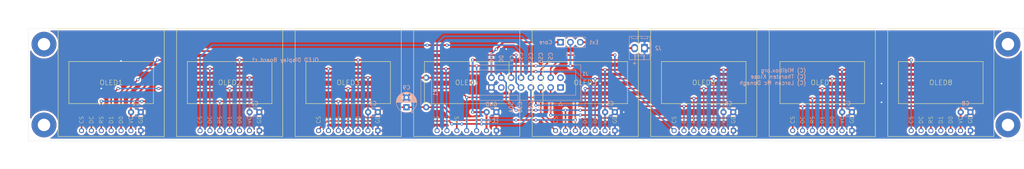
<source format=kicad_pcb>
(kicad_pcb (version 20171130) (host pcbnew "(5.1.9)-1")
  (layers (0 F.Cu signal) (31 B.Cu signal) (34 B.Paste user hide) (35 F.Paste user hide) (36 B.SilkS user) (37 F.SilkS user) (38 B.Mask user) (39 F.Mask user) (44 Edge.Cuts user))
  (net 0 "")
  (net 1 /VDD)
  (net 2 /RST)
  (net 3 /GND)
  (net 4 /DC)
  (net 5 /SDA)
  (net 6 /SCLK)
  (net 7 /CS0)
  (net 8 /CS1)
  (net 9 /CS2)
  (net 10 /CS3)
  (net 11 /CS4)
  (net 12 /CS5)
  (net 13 /CS6)
  (net 14 /CS7)
  (net 15 "Net-(J1-Pad2)")
  (net 16 "Net-(J1-Pad13)")
  (net 17 "Net-(J1-Pad1)")
  (net 18 /3.3V)
  (net 19 /VD)
  (module MountingHole:MountingHole_3.2mm_M3_Pad (layer F.Cu) (at 19.812 29.464)
    (fp_text reference REF** hide)
    (fp_text value MountingHole_3.2mm_M3_Pad hide)
    (pad 1 thru_hole circle (at 0 0) (size 6.4 6.4) (drill 3.2) (layers *.Cu *.Mask))
  )
  (module MountingHole:MountingHole_3.2mm_M3_Pad (layer F.Cu) (at 19.812 50.292)
    (fp_text reference REF** hide)
    (fp_text value MountingHole_3.2mm_M3_Pad hide)
    (pad 1 thru_hole circle (at 0 0) (size 6.4 6.4) (drill 3.2) (layers *.Cu *.Mask))
  )
  (module MountingHole:MountingHole_3.2mm_M3_Pad (layer F.Cu) (at 267.716 50.292)
    (fp_text reference REF** hide)
    (fp_text value MountingHole_3.2mm_M3_Pad hide)
    (pad 1 thru_hole circle (at 0 0) (size 6.4 6.4) (drill 3.2) (layers *.Cu *.Mask))
  )
  (module MountingHole:MountingHole_3.2mm_M3_Pad (layer F.Cu) (at 267.716 29.464)
    (fp_text reference REF** hide)
    (fp_text value MountingHole_3.2mm_M3_Pad hide)
    (pad 1 thru_hole circle (at 0 0) (size 6.4 6.4) (drill 3.2) (layers *.Cu *.Mask))
  )
  (module Connector_PinHeader_2.54mm:PinHeader_1x03_P2.54mm_Vertical (layer B.Cu) (at 152.654 28.956 270)
    (fp_text reference JP1 (at 3.048 -2.54 180) (layer B.SilkS) (effects (justify mirror)))
    (fp_text value Jumper_3_Bridged12)
    (pad 3 thru_hole oval (at 0 -5.08 270) (size 1.7 1.7) (drill 1) (layers *.Cu *.Mask) (net 18 /3.3V))
    (pad 2 thru_hole oval (at 0 -2.54 270) (size 1.7 1.7) (drill 1) (layers *.Cu *.Mask) (net 1 /VDD))
    (pad 1 thru_hole rect (at 0 0 270) (size 1.7 1.7) (drill 1) (layers *.Cu *.Mask) (net 19 /VD))
  )
  (module Connector_Molex:Molex_KK-254_AE-6410-02A_1x02_P2.54mm_Vertical (layer B.Cu) (at 174.244 30.48 180)
    (fp_text reference J2 (at -3.556 0) (layer B.SilkS) (effects (justify mirror)))
    (fp_text value Conn_01x02)
    (pad 2 thru_hole oval (at 2.54 0 180) (size 1.74 2.19) (drill 1.19) (layers *.Cu *.Mask) (net 18 /3.3V))
    (pad 1 thru_hole roundrect (at 0 0 180) (size 1.74 2.19) (drill 1.19) (layers *.Cu *.Mask) (roundrect_rratio 0.1436775862068966) (net 3 /GND))
  )
  (module midibox:oled-128x64-4spi-0.96 (layer F.Cu) (at 250.444 39.37 180)
    (fp_text reference OLED8 (at 0 0) (layer F.SilkS) (effects (font (size 1.27 1.27) (thickness 0.1016))))
    (fp_text value OLED hide)
    (fp_text user GD (at -7.6 -10.66 90) (layer F.SilkS) (effects (font (size 1.016 1.016) (thickness 0.0762)) (justify left)))
    (fp_text user VC (at -5.08 -10.66 90) (layer F.SilkS) (effects (font (size 1.016 1.016) (thickness 0.0762)) (justify left)))
    (fp_text user D0 (at -2.54 -10.66 90) (layer F.SilkS) (effects (font (size 1.016 1.016) (thickness 0.0762)) (justify left)))
    (fp_text user D1 (at 0 -10.66 90) (layer F.SilkS) (effects (font (size 1.016 1.016) (thickness 0.0762)) (justify left)))
    (fp_text user RS (at 2.54 -10.66 90) (layer F.SilkS) (effects (font (size 1.016 1.016) (thickness 0.0762)) (justify left)))
    (fp_text user DC (at 5.08 -10.66 90) (layer F.SilkS) (effects (font (size 1.016 1.016) (thickness 0.0762)) (justify left)))
    (fp_text user CS (at 7.62 -10.66 90) (layer F.SilkS) (effects (font (size 1.016 1.016) (thickness 0.0762)) (justify left)))
    (pad VCC thru_hole circle (at -5.08 -12.39774 180) (size 1.30556 2.61366) (drill 0.79756) (layers *.Cu *.Paste *.Mask) (net 1 /VDD))
    (pad RES thru_hole circle (at 2.54 -12.39774 180) (size 1.30556 2.61366) (drill 0.79756) (layers *.Cu *.Paste *.Mask) (net 2 /RST))
    (pad GND thru_hole rect (at -7.62 -12.39774 180) (size 1.30556 1.30556) (drill 0.79756) (layers *.Cu *.Paste *.Mask) (net 3 /GND))
    (pad DC thru_hole circle (at 5.08 -12.39774 180) (size 1.30556 2.61366) (drill 0.79756) (layers *.Cu *.Paste *.Mask) (net 4 /DC))
    (pad D1 thru_hole circle (at 0 -12.39774 180) (size 1.30556 2.61366) (drill 0.79756) (layers *.Cu *.Paste *.Mask) (net 5 /SDA))
    (pad D0 thru_hole circle (at -2.54 -12.39774 180) (size 1.30556 2.61366) (drill 0.79756) (layers *.Cu *.Paste *.Mask) (net 6 /SCLK))
    (pad CS thru_hole circle (at 7.62 -12.39774 180) (size 1.30556 2.61366) (drill 0.79756) (layers *.Cu *.Paste *.Mask) (net 14 /CS7))
  )
  (module midibox:oled-128x64-4spi-0.96 (layer F.Cu) (at 219.964 39.37 180)
    (fp_text reference OLED7 (at 0 0) (layer F.SilkS) (effects (font (size 1.27 1.27) (thickness 0.1016))))
    (fp_text value OLED hide)
    (fp_text user GD (at -7.6 -10.66 90) (layer F.SilkS) (effects (font (size 1.016 1.016) (thickness 0.0762)) (justify left)))
    (fp_text user VC (at -5.08 -10.66 90) (layer F.SilkS) (effects (font (size 1.016 1.016) (thickness 0.0762)) (justify left)))
    (fp_text user D0 (at -2.54 -10.66 90) (layer F.SilkS) (effects (font (size 1.016 1.016) (thickness 0.0762)) (justify left)))
    (fp_text user D1 (at 0 -10.66 90) (layer F.SilkS) (effects (font (size 1.016 1.016) (thickness 0.0762)) (justify left)))
    (fp_text user RS (at 2.54 -10.66 90) (layer F.SilkS) (effects (font (size 1.016 1.016) (thickness 0.0762)) (justify left)))
    (fp_text user DC (at 5.08 -10.66 90) (layer F.SilkS) (effects (font (size 1.016 1.016) (thickness 0.0762)) (justify left)))
    (fp_text user CS (at 7.62 -10.66 90) (layer F.SilkS) (effects (font (size 1.016 1.016) (thickness 0.0762)) (justify left)))
    (pad VCC thru_hole circle (at -5.08 -12.39774 180) (size 1.30556 2.61366) (drill 0.79756) (layers *.Cu *.Paste *.Mask) (net 1 /VDD))
    (pad RES thru_hole circle (at 2.54 -12.39774 180) (size 1.30556 2.61366) (drill 0.79756) (layers *.Cu *.Paste *.Mask) (net 2 /RST))
    (pad GND thru_hole rect (at -7.62 -12.39774 180) (size 1.30556 1.30556) (drill 0.79756) (layers *.Cu *.Paste *.Mask) (net 3 /GND))
    (pad DC thru_hole circle (at 5.08 -12.39774 180) (size 1.30556 2.61366) (drill 0.79756) (layers *.Cu *.Paste *.Mask) (net 4 /DC))
    (pad D1 thru_hole circle (at 0 -12.39774 180) (size 1.30556 2.61366) (drill 0.79756) (layers *.Cu *.Paste *.Mask) (net 5 /SDA))
    (pad D0 thru_hole circle (at -2.54 -12.39774 180) (size 1.30556 2.61366) (drill 0.79756) (layers *.Cu *.Paste *.Mask) (net 6 /SCLK))
    (pad CS thru_hole circle (at 7.62 -12.39774 180) (size 1.30556 2.61366) (drill 0.79756) (layers *.Cu *.Paste *.Mask) (net 13 /CS6))
  )
  (module midibox:oled-128x64-4spi-0.96 (layer F.Cu) (at 189.484 39.37 180)
    (fp_text reference OLED6 (at 0 0) (layer F.SilkS) (effects (font (size 1.27 1.27) (thickness 0.1016))))
    (fp_text value OLED hide)
    (fp_text user GD (at -7.6 -10.66 90) (layer F.SilkS) (effects (font (size 1.016 1.016) (thickness 0.0762)) (justify left)))
    (fp_text user VC (at -5.08 -10.66 90) (layer F.SilkS) (effects (font (size 1.016 1.016) (thickness 0.0762)) (justify left)))
    (fp_text user D0 (at -2.54 -10.66 90) (layer F.SilkS) (effects (font (size 1.016 1.016) (thickness 0.0762)) (justify left)))
    (fp_text user D1 (at 0 -10.66 90) (layer F.SilkS) (effects (font (size 1.016 1.016) (thickness 0.0762)) (justify left)))
    (fp_text user RS (at 2.54 -10.66 90) (layer F.SilkS) (effects (font (size 1.016 1.016) (thickness 0.0762)) (justify left)))
    (fp_text user DC (at 5.08 -10.66 90) (layer F.SilkS) (effects (font (size 1.016 1.016) (thickness 0.0762)) (justify left)))
    (fp_text user CS (at 7.62 -10.66 90) (layer F.SilkS) (effects (font (size 1.016 1.016) (thickness 0.0762)) (justify left)))
    (pad VCC thru_hole circle (at -5.08 -12.39774 180) (size 1.30556 2.61366) (drill 0.79756) (layers *.Cu *.Paste *.Mask) (net 1 /VDD))
    (pad RES thru_hole circle (at 2.54 -12.39774 180) (size 1.30556 2.61366) (drill 0.79756) (layers *.Cu *.Paste *.Mask) (net 2 /RST))
    (pad GND thru_hole rect (at -7.62 -12.39774 180) (size 1.30556 1.30556) (drill 0.79756) (layers *.Cu *.Paste *.Mask) (net 3 /GND))
    (pad DC thru_hole circle (at 5.08 -12.39774 180) (size 1.30556 2.61366) (drill 0.79756) (layers *.Cu *.Paste *.Mask) (net 4 /DC))
    (pad D1 thru_hole circle (at 0 -12.39774 180) (size 1.30556 2.61366) (drill 0.79756) (layers *.Cu *.Paste *.Mask) (net 5 /SDA))
    (pad D0 thru_hole circle (at -2.54 -12.39774 180) (size 1.30556 2.61366) (drill 0.79756) (layers *.Cu *.Paste *.Mask) (net 6 /SCLK))
    (pad CS thru_hole circle (at 7.62 -12.39774 180) (size 1.30556 2.61366) (drill 0.79756) (layers *.Cu *.Paste *.Mask) (net 12 /CS5))
  )
  (module midibox:oled-128x64-4spi-0.96 (layer F.Cu) (at 159.004 39.37 180)
    (fp_text reference OLED5 (at 0 0) (layer F.SilkS) (effects (font (size 1.27 1.27) (thickness 0.1016))))
    (fp_text value OLED hide)
    (fp_text user GD (at -7.6 -10.66 90) (layer F.SilkS) (effects (font (size 1.016 1.016) (thickness 0.0762)) (justify left)))
    (fp_text user VC (at -5.08 -10.66 90) (layer F.SilkS) (effects (font (size 1.016 1.016) (thickness 0.0762)) (justify left)))
    (fp_text user D0 (at -2.54 -10.66 90) (layer F.SilkS) (effects (font (size 1.016 1.016) (thickness 0.0762)) (justify left)))
    (fp_text user D1 (at 0 -10.66 90) (layer F.SilkS) (effects (font (size 1.016 1.016) (thickness 0.0762)) (justify left)))
    (fp_text user RS (at 2.54 -10.66 90) (layer F.SilkS) (effects (font (size 1.016 1.016) (thickness 0.0762)) (justify left)))
    (fp_text user DC (at 5.08 -10.66 90) (layer F.SilkS) (effects (font (size 1.016 1.016) (thickness 0.0762)) (justify left)))
    (fp_text user CS (at 7.62 -10.66 90) (layer F.SilkS) (effects (font (size 1.016 1.016) (thickness 0.0762)) (justify left)))
    (pad VCC thru_hole circle (at -5.08 -12.39774 180) (size 1.30556 2.61366) (drill 0.79756) (layers *.Cu *.Paste *.Mask) (net 1 /VDD))
    (pad RES thru_hole circle (at 2.54 -12.39774 180) (size 1.30556 2.61366) (drill 0.79756) (layers *.Cu *.Paste *.Mask) (net 2 /RST))
    (pad GND thru_hole rect (at -7.62 -12.39774 180) (size 1.30556 1.30556) (drill 0.79756) (layers *.Cu *.Paste *.Mask) (net 3 /GND))
    (pad DC thru_hole circle (at 5.08 -12.39774 180) (size 1.30556 2.61366) (drill 0.79756) (layers *.Cu *.Paste *.Mask) (net 4 /DC))
    (pad D1 thru_hole circle (at 0 -12.39774 180) (size 1.30556 2.61366) (drill 0.79756) (layers *.Cu *.Paste *.Mask) (net 5 /SDA))
    (pad D0 thru_hole circle (at -2.54 -12.39774 180) (size 1.30556 2.61366) (drill 0.79756) (layers *.Cu *.Paste *.Mask) (net 6 /SCLK))
    (pad CS thru_hole circle (at 7.62 -12.39774 180) (size 1.30556 2.61366) (drill 0.79756) (layers *.Cu *.Paste *.Mask) (net 11 /CS4))
  )
  (module midibox:oled-128x64-4spi-0.96 (layer F.Cu) (at 128.524 39.37 180)
    (fp_text reference OLED4 (at 0 0) (layer F.SilkS) (effects (font (size 1.27 1.27) (thickness 0.1016))))
    (fp_text value OLED hide)
    (fp_text user GD (at -7.6 -10.66 90) (layer F.SilkS) (effects (font (size 1.016 1.016) (thickness 0.0762)) (justify left)))
    (fp_text user VC (at -5.08 -10.66 90) (layer F.SilkS) (effects (font (size 1.016 1.016) (thickness 0.0762)) (justify left)))
    (fp_text user D0 (at -2.54 -10.66 90) (layer F.SilkS) (effects (font (size 1.016 1.016) (thickness 0.0762)) (justify left)))
    (fp_text user D1 (at 0 -10.66 90) (layer F.SilkS) (effects (font (size 1.016 1.016) (thickness 0.0762)) (justify left)))
    (fp_text user RS (at 2.54 -10.66 90) (layer F.SilkS) (effects (font (size 1.016 1.016) (thickness 0.0762)) (justify left)))
    (fp_text user DC (at 5.08 -10.66 90) (layer F.SilkS) (effects (font (size 1.016 1.016) (thickness 0.0762)) (justify left)))
    (fp_text user CS (at 7.62 -10.66 90) (layer F.SilkS) (effects (font (size 1.016 1.016) (thickness 0.0762)) (justify left)))
    (pad VCC thru_hole circle (at -5.08 -12.39774 180) (size 1.30556 2.61366) (drill 0.79756) (layers *.Cu *.Paste *.Mask) (net 1 /VDD))
    (pad RES thru_hole circle (at 2.54 -12.39774 180) (size 1.30556 2.61366) (drill 0.79756) (layers *.Cu *.Paste *.Mask) (net 2 /RST))
    (pad GND thru_hole rect (at -7.62 -12.39774 180) (size 1.30556 1.30556) (drill 0.79756) (layers *.Cu *.Paste *.Mask) (net 3 /GND))
    (pad DC thru_hole circle (at 5.08 -12.39774 180) (size 1.30556 2.61366) (drill 0.79756) (layers *.Cu *.Paste *.Mask) (net 4 /DC))
    (pad D1 thru_hole circle (at 0 -12.39774 180) (size 1.30556 2.61366) (drill 0.79756) (layers *.Cu *.Paste *.Mask) (net 5 /SDA))
    (pad D0 thru_hole circle (at -2.54 -12.39774 180) (size 1.30556 2.61366) (drill 0.79756) (layers *.Cu *.Paste *.Mask) (net 6 /SCLK))
    (pad CS thru_hole circle (at 7.62 -12.39774 180) (size 1.30556 2.61366) (drill 0.79756) (layers *.Cu *.Paste *.Mask) (net 10 /CS3))
  )
  (module midibox:oled-128x64-4spi-0.96 (layer F.Cu) (at 98.044 39.37 180)
    (fp_text reference OLED3 (at 0 0) (layer F.SilkS) (effects (font (size 1.27 1.27) (thickness 0.1016))))
    (fp_text value OLED hide)
    (fp_text user GD (at -7.6 -10.66 90) (layer F.SilkS) (effects (font (size 1.016 1.016) (thickness 0.0762)) (justify left)))
    (fp_text user VC (at -5.08 -10.66 90) (layer F.SilkS) (effects (font (size 1.016 1.016) (thickness 0.0762)) (justify left)))
    (fp_text user D0 (at -2.54 -10.66 90) (layer F.SilkS) (effects (font (size 1.016 1.016) (thickness 0.0762)) (justify left)))
    (fp_text user D1 (at 0 -10.66 90) (layer F.SilkS) (effects (font (size 1.016 1.016) (thickness 0.0762)) (justify left)))
    (fp_text user RS (at 2.54 -10.66 90) (layer F.SilkS) (effects (font (size 1.016 1.016) (thickness 0.0762)) (justify left)))
    (fp_text user DC (at 5.08 -10.66 90) (layer F.SilkS) (effects (font (size 1.016 1.016) (thickness 0.0762)) (justify left)))
    (fp_text user CS (at 7.62 -10.66 90) (layer F.SilkS) (effects (font (size 1.016 1.016) (thickness 0.0762)) (justify left)))
    (pad VCC thru_hole circle (at -5.08 -12.39774 180) (size 1.30556 2.61366) (drill 0.79756) (layers *.Cu *.Paste *.Mask) (net 1 /VDD))
    (pad RES thru_hole circle (at 2.54 -12.39774 180) (size 1.30556 2.61366) (drill 0.79756) (layers *.Cu *.Paste *.Mask) (net 2 /RST))
    (pad GND thru_hole rect (at -7.62 -12.39774 180) (size 1.30556 1.30556) (drill 0.79756) (layers *.Cu *.Paste *.Mask) (net 3 /GND))
    (pad DC thru_hole circle (at 5.08 -12.39774 180) (size 1.30556 2.61366) (drill 0.79756) (layers *.Cu *.Paste *.Mask) (net 4 /DC))
    (pad D1 thru_hole circle (at 0 -12.39774 180) (size 1.30556 2.61366) (drill 0.79756) (layers *.Cu *.Paste *.Mask) (net 5 /SDA))
    (pad D0 thru_hole circle (at -2.54 -12.39774 180) (size 1.30556 2.61366) (drill 0.79756) (layers *.Cu *.Paste *.Mask) (net 6 /SCLK))
    (pad CS thru_hole circle (at 7.62 -12.39774 180) (size 1.30556 2.61366) (drill 0.79756) (layers *.Cu *.Paste *.Mask) (net 9 /CS2))
  )
  (module midibox:oled-128x64-4spi-0.96 (layer F.Cu) (at 67.564 39.37 180)
    (fp_text reference OLED2 (at 0 0) (layer F.SilkS) (effects (font (size 1.27 1.27) (thickness 0.1016))))
    (fp_text value OLED hide)
    (fp_text user GD (at -7.6 -10.66 90) (layer F.SilkS) (effects (font (size 1.016 1.016) (thickness 0.0762)) (justify left)))
    (fp_text user VC (at -5.08 -10.66 90) (layer F.SilkS) (effects (font (size 1.016 1.016) (thickness 0.0762)) (justify left)))
    (fp_text user D0 (at -2.54 -10.66 90) (layer F.SilkS) (effects (font (size 1.016 1.016) (thickness 0.0762)) (justify left)))
    (fp_text user D1 (at 0 -10.66 90) (layer F.SilkS) (effects (font (size 1.016 1.016) (thickness 0.0762)) (justify left)))
    (fp_text user RS (at 2.54 -10.66 90) (layer F.SilkS) (effects (font (size 1.016 1.016) (thickness 0.0762)) (justify left)))
    (fp_text user DC (at 5.08 -10.66 90) (layer F.SilkS) (effects (font (size 1.016 1.016) (thickness 0.0762)) (justify left)))
    (fp_text user CS (at 7.62 -10.66 90) (layer F.SilkS) (effects (font (size 1.016 1.016) (thickness 0.0762)) (justify left)))
    (pad VCC thru_hole circle (at -5.08 -12.39774 180) (size 1.30556 2.61366) (drill 0.79756) (layers *.Cu *.Paste *.Mask) (net 1 /VDD))
    (pad RES thru_hole circle (at 2.54 -12.39774 180) (size 1.30556 2.61366) (drill 0.79756) (layers *.Cu *.Paste *.Mask) (net 2 /RST))
    (pad GND thru_hole rect (at -7.62 -12.39774 180) (size 1.30556 1.30556) (drill 0.79756) (layers *.Cu *.Paste *.Mask) (net 3 /GND))
    (pad DC thru_hole circle (at 5.08 -12.39774 180) (size 1.30556 2.61366) (drill 0.79756) (layers *.Cu *.Paste *.Mask) (net 4 /DC))
    (pad D1 thru_hole circle (at 0 -12.39774 180) (size 1.30556 2.61366) (drill 0.79756) (layers *.Cu *.Paste *.Mask) (net 5 /SDA))
    (pad D0 thru_hole circle (at -2.54 -12.39774 180) (size 1.30556 2.61366) (drill 0.79756) (layers *.Cu *.Paste *.Mask) (net 6 /SCLK))
    (pad CS thru_hole circle (at 7.62 -12.39774 180) (size 1.30556 2.61366) (drill 0.79756) (layers *.Cu *.Paste *.Mask) (net 8 /CS1))
  )
  (module midibox:oled-128x64-4spi-0.96 (layer F.Cu) (at 37.084 39.37 180)
    (fp_text reference OLED1 (at 0 0) (layer F.SilkS) (effects (font (size 1.27 1.27) (thickness 0.1016))))
    (fp_text value OLED hide)
    (fp_text user GD (at -7.6 -10.66 90) (layer F.SilkS) (effects (font (size 1.016 1.016) (thickness 0.0762)) (justify left)))
    (fp_text user VC (at -5.08 -10.66 90) (layer F.SilkS) (effects (font (size 1.016 1.016) (thickness 0.0762)) (justify left)))
    (fp_text user D0 (at -2.54 -10.66 90) (layer F.SilkS) (effects (font (size 1.016 1.016) (thickness 0.0762)) (justify left)))
    (fp_text user D1 (at 0 -10.66 90) (layer F.SilkS) (effects (font (size 1.016 1.016) (thickness 0.0762)) (justify left)))
    (fp_text user RS (at 2.54 -10.66 90) (layer F.SilkS) (effects (font (size 1.016 1.016) (thickness 0.0762)) (justify left)))
    (fp_text user DC (at 5.08 -10.66 90) (layer F.SilkS) (effects (font (size 1.016 1.016) (thickness 0.0762)) (justify left)))
    (fp_text user CS (at 7.62 -10.66 90) (layer F.SilkS) (effects (font (size 1.016 1.016) (thickness 0.0762)) (justify left)))
    (pad VCC thru_hole circle (at -5.08 -12.39774 180) (size 1.30556 2.61366) (drill 0.79756) (layers *.Cu *.Paste *.Mask) (net 1 /VDD))
    (pad RES thru_hole circle (at 2.54 -12.39774 180) (size 1.30556 2.61366) (drill 0.79756) (layers *.Cu *.Paste *.Mask) (net 2 /RST))
    (pad GND thru_hole rect (at -7.62 -12.39774 180) (size 1.30556 1.30556) (drill 0.79756) (layers *.Cu *.Paste *.Mask) (net 3 /GND))
    (pad DC thru_hole circle (at 5.08 -12.39774 180) (size 1.30556 2.61366) (drill 0.79756) (layers *.Cu *.Paste *.Mask) (net 4 /DC))
    (pad D1 thru_hole circle (at 0 -12.39774 180) (size 1.30556 2.61366) (drill 0.79756) (layers *.Cu *.Paste *.Mask) (net 5 /SDA))
    (pad D0 thru_hole circle (at -2.54 -12.39774 180) (size 1.30556 2.61366) (drill 0.79756) (layers *.Cu *.Paste *.Mask) (net 6 /SCLK))
    (pad CS thru_hole circle (at 7.62 -12.39774 180) (size 1.30556 2.61366) (drill 0.79756) (layers *.Cu *.Paste *.Mask) (net 7 /CS0))
  )
  (module Capacitor_THT:C_Disc_D3.0mm_W2.0mm_P2.50mm (layer B.Cu) (at 258.064 46.99 180)
    (fp_text reference C8 (at 1.25 2.25) (layer B.SilkS) (effects (justify mirror)))
    (fp_text value 100nF)
    (pad 2 thru_hole circle (at 2.5 0 180) (size 1.6 1.6) (drill 0.8) (layers *.Cu *.Mask) (net 1 /VDD))
    (pad 1 thru_hole circle (at 0 0 180) (size 1.6 1.6) (drill 0.8) (layers *.Cu *.Mask) (net 3 /GND))
  )
  (module Capacitor_THT:C_Disc_D3.0mm_W2.0mm_P2.50mm (layer B.Cu) (at 227.584 46.99 180)
    (fp_text reference C7 (at 1.25 2.25) (layer B.SilkS) (effects (justify mirror)))
    (fp_text value 100nF)
    (pad 2 thru_hole circle (at 2.5 0 180) (size 1.6 1.6) (drill 0.8) (layers *.Cu *.Mask) (net 1 /VDD))
    (pad 1 thru_hole circle (at 0 0 180) (size 1.6 1.6) (drill 0.8) (layers *.Cu *.Mask) (net 3 /GND))
  )
  (module Capacitor_THT:C_Disc_D3.0mm_W2.0mm_P2.50mm (layer B.Cu) (at 197.064 46.99 180)
    (fp_text reference C6 (at 1.25 2.25) (layer B.SilkS) (effects (justify mirror)))
    (fp_text value 100nF)
    (pad 2 thru_hole circle (at 2.5 0 180) (size 1.6 1.6) (drill 0.8) (layers *.Cu *.Mask) (net 1 /VDD))
    (pad 1 thru_hole circle (at 0 0 180) (size 1.6 1.6) (drill 0.8) (layers *.Cu *.Mask) (net 3 /GND))
  )
  (module Capacitor_THT:C_Disc_D3.0mm_W2.0mm_P2.50mm (layer B.Cu) (at 166.624 46.99 180)
    (fp_text reference C5 (at 1.25 2.25) (layer B.SilkS) (effects (justify mirror)))
    (fp_text value 100nF)
    (pad 2 thru_hole circle (at 2.5 0 180) (size 1.6 1.6) (drill 0.8) (layers *.Cu *.Mask) (net 1 /VDD))
    (pad 1 thru_hole circle (at 0 0 180) (size 1.6 1.6) (drill 0.8) (layers *.Cu *.Mask) (net 3 /GND))
  )
  (module Capacitor_THT:C_Disc_D3.0mm_W2.0mm_P2.50mm (layer B.Cu) (at 136.144 46.99 180)
    (fp_text reference C4 (at 1.25 -2.286) (layer B.SilkS) (effects (justify mirror)))
    (fp_text value 100nF)
    (pad 2 thru_hole circle (at 2.5 0 180) (size 1.6 1.6) (drill 0.8) (layers *.Cu *.Mask) (net 1 /VDD))
    (pad 1 thru_hole circle (at 0 0 180) (size 1.6 1.6) (drill 0.8) (layers *.Cu *.Mask) (net 3 /GND))
  )
  (module Capacitor_THT:C_Disc_D3.0mm_W2.0mm_P2.50mm (layer B.Cu) (at 105.664 46.99 180)
    (fp_text reference C3 (at 1.25 2.25) (layer B.SilkS) (effects (justify mirror)))
    (fp_text value 100nF)
    (pad 2 thru_hole circle (at 2.5 0 180) (size 1.6 1.6) (drill 0.8) (layers *.Cu *.Mask) (net 1 /VDD))
    (pad 1 thru_hole circle (at 0 0 180) (size 1.6 1.6) (drill 0.8) (layers *.Cu *.Mask) (net 3 /GND))
  )
  (module Capacitor_THT:C_Disc_D3.0mm_W2.0mm_P2.50mm (layer B.Cu) (at 75.184 46.99 180)
    (fp_text reference C2 (at 1.25 2.25) (layer B.SilkS) (effects (justify mirror)))
    (fp_text value 100nF)
    (pad 2 thru_hole circle (at 2.5 0 180) (size 1.6 1.6) (drill 0.8) (layers *.Cu *.Mask) (net 1 /VDD))
    (pad 1 thru_hole circle (at 0 0 180) (size 1.6 1.6) (drill 0.8) (layers *.Cu *.Mask) (net 3 /GND))
  )
  (module Capacitor_THT:C_Disc_D3.0mm_W2.0mm_P2.50mm (layer B.Cu) (at 44.704 46.99 180)
    (fp_text reference C1 (at 1.25 2.25) (layer B.SilkS) (effects (justify mirror)))
    (fp_text value 100nF)
    (pad 2 thru_hole circle (at 2.5 0 180) (size 1.6 1.6) (drill 0.8) (layers *.Cu *.Mask) (net 1 /VDD))
    (pad 1 thru_hole circle (at 0 0 180) (size 1.6 1.6) (drill 0.8) (layers *.Cu *.Mask) (net 3 /GND))
  )
  (module Resistor_THT:R_Axial_DIN0207_L6.3mm_D2.5mm_P7.62mm_Horizontal (layer B.Cu) (at 118.11 45.72 90)
    (fp_text reference R1 (at 3.81 2.37 90) (layer B.SilkS) (effects (justify mirror)))
    (fp_text value 1k)
    (pad 1 thru_hole circle (at 0 0 90) (size 1.6 1.6) (drill 0.8) (layers *.Cu *.Mask) (net 2 /RST))
    (pad 2 thru_hole oval (at 7.62 0 90) (size 1.6 1.6) (drill 0.8) (layers *.Cu *.Mask) (net 1 /VDD))
  )
  (module Capacitor_THT:CP_Radial_D5.0mm_P2.50mm (layer B.Cu) (at 113.03 45.72 90)
    (fp_text reference C9 (at 5.08 0 180) (layer B.SilkS) (effects (justify mirror)))
    (fp_text value 10µF)
    (pad 1 thru_hole rect (at 0 0 90) (size 1.6 1.6) (drill 0.8) (layers *.Cu *.Mask) (net 2 /RST))
    (pad 2 thru_hole circle (at 2.5 0 90) (size 1.6 1.6) (drill 0.8) (layers *.Cu *.Mask) (net 3 /GND))
  )
  (module Connector_IDC:IDC-Header_2x08_P2.54mm_Vertical (layer B.Cu) (at 152.654 40.64 90)
    (fp_text reference J1 (at 3.556 6.35 180) (layer B.SilkS) (effects (justify mirror)))
    (fp_text value Conn_02x08_Odd_Even)
    (pad 1 thru_hole roundrect (at 0 0 90) (size 1.7 1.7) (drill 1) (layers *.Cu *.Mask) (roundrect_rratio 0.1470588235294118) (net 17 "Net-(J1-Pad1)"))
    (pad 3 thru_hole circle (at 0 -2.54 90) (size 1.7 1.7) (drill 1) (layers *.Cu *.Mask) (net 13 /CS6))
    (pad 5 thru_hole circle (at 0 -5.08 90) (size 1.7 1.7) (drill 1) (layers *.Cu *.Mask) (net 11 /CS4))
    (pad 7 thru_hole circle (at 0 -7.62 90) (size 1.7 1.7) (drill 1) (layers *.Cu *.Mask) (net 9 /CS2))
    (pad 9 thru_hole circle (at 0 -10.16 90) (size 1.7 1.7) (drill 1) (layers *.Cu *.Mask) (net 7 /CS0))
    (pad 11 thru_hole circle (at 0 -12.7 90) (size 1.7 1.7) (drill 1) (layers *.Cu *.Mask) (net 5 /SDA))
    (pad 13 thru_hole circle (at 0 -15.24 90) (size 1.7 1.7) (drill 1) (layers *.Cu *.Mask) (net 16 "Net-(J1-Pad13)"))
    (pad 15 thru_hole circle (at 0 -17.78 90) (size 1.7 1.7) (drill 1) (layers *.Cu *.Mask) (net 3 /GND))
    (pad 2 thru_hole circle (at 2.54 0 90) (size 1.7 1.7) (drill 1) (layers *.Cu *.Mask) (net 15 "Net-(J1-Pad2)"))
    (pad 4 thru_hole circle (at 2.54 -2.54 90) (size 1.7 1.7) (drill 1) (layers *.Cu *.Mask) (net 14 /CS7))
    (pad 6 thru_hole circle (at 2.54 -5.08 90) (size 1.7 1.7) (drill 1) (layers *.Cu *.Mask) (net 12 /CS5))
    (pad 8 thru_hole circle (at 2.54 -7.62 90) (size 1.7 1.7) (drill 1) (layers *.Cu *.Mask) (net 10 /CS3))
    (pad 10 thru_hole circle (at 2.54 -10.16 90) (size 1.7 1.7) (drill 1) (layers *.Cu *.Mask) (net 8 /CS1))
    (pad 12 thru_hole circle (at 2.54 -12.7 90) (size 1.7 1.7) (drill 1) (layers *.Cu *.Mask) (net 6 /SCLK))
    (pad 14 thru_hole circle (at 2.54 -15.24 90) (size 1.7 1.7) (drill 1) (layers *.Cu *.Mask) (net 4 /DC))
    (pad 16 thru_hole circle (at 2.54 -17.78 90) (size 1.7 1.7) (drill 1) (layers *.Cu *.Mask) (net 19 /VD))
  )
  (gr_text + (at 171.704 34.29) (layer B.SilkS) (effects (font (size 1 1)) (justify mirror)))
  (gr_text Ext (at 161.29 28.956) (layer B.SilkS) (effects (font (size 1 1)) (justify mirror)))
  (gr_text Core (at 148.844 28.956) (layer B.SilkS) (effects (font (size 1 1)) (justify mirror)))
  (gr_text "(C) Midibox.org\n(C) Thorsten Klose\n(C) Lorcan Mc Donagh" (at 215.9 37.846) (layer B.SilkS) (effects (font (size 1 1)) (justify left mirror)))
  (gr_text CS6 (at 150.114 45.72 90) (layer B.SilkS) (effects (font (size 1 1)) (justify mirror)))
  (gr_text CS4 (at 147.574 45.72 90) (layer B.SilkS) (effects (font (size 1 1)) (justify mirror)))
  (gr_text CS7 (at 150.114 33.02 90) (layer B.SilkS) (effects (font (size 1 1)) (justify mirror)))
  (gr_text CS5 (at 147.574 33.02 90) (layer B.SilkS) (effects (font (size 1 1)) (justify mirror)))
  (gr_text CS3 (at 145.034 33.02 90) (layer B.SilkS) (effects (font (size 1 1)) (justify mirror)))
  (gr_text CS1 (at 142.494 33.02 90) (layer B.SilkS) (effects (font (size 1 1)) (justify mirror)))
  (gr_text CK (at 140.208 33.274 90) (layer B.SilkS) (effects (font (size 1 1)) (justify mirror)))
  (gr_text DC (at 137.414 33.274 90) (layer B.SilkS) (effects (font (size 1 1)) (justify mirror)))
  (gr_text VDD (at 134.874 33.02 90) (layer B.SilkS) (effects (font (size 1 1)) (justify mirror)))
  (gr_text CS2 (at 145.034 45.72 90) (layer B.SilkS) (effects (font (size 1 1)) (justify mirror)))
  (gr_text CS0 (at 142.24 45.72 90) (layer B.SilkS) (effects (font (size 1 1)) (justify mirror)))
  (gr_text SDA (at 139.954 45.72 90) (layer B.SilkS) (effects (font (size 1 1)) (justify mirror)))
  (gr_text GND (at 134.874 44.958) (layer B.SilkS) (effects (font (size 1 1)) (justify mirror)))
  (gr_line (start 15.748 54.356) (end 15.748 25.4) (layer Edge.Cuts) (width 0.05))
  (gr_line (start 271.78 54.356) (end 15.748 54.356) (layer Edge.Cuts) (width 0.05))
  (gr_line (start 271.78 25.4) (end 271.78 54.356) (layer Edge.Cuts) (width 0.05))
  (gr_line (start 15.748 25.4) (end 271.78 25.4) (layer Edge.Cuts) (width 0.05))
  (gr_text "OLED Display Board r1" (at 81.788 33.528) (layer B.SilkS) (effects (font (size 1 1)) (justify mirror)))
  (via (at 72.644 38.1) (size 0.8) (drill 0.4) (layers F.Cu B.Cu) (net 1))
  (segment (start 72.644 51.76774) (end 72.644 38.1) (width 0.508) (layer B.Cu) (net 1))
  (via (at 103.124 38.1) (size 0.8) (drill 0.4) (layers F.Cu B.Cu) (net 1))
  (segment (start 103.124 51.76774) (end 103.124 38.1) (width 0.508) (layer B.Cu) (net 1))
  (segment (start 133.604 47.03) (end 133.644 46.99) (width 0.508) (layer F.Cu) (net 1))
  (segment (start 133.604 51.76774) (end 133.604 47.03) (width 0.508) (layer F.Cu) (net 1))
  (via (at 130.048 46.99) (size 0.8) (drill 0.4) (layers F.Cu B.Cu) (net 1))
  (segment (start 133.644 46.99) (end 130.048 46.99) (width 0.508) (layer F.Cu) (net 1))
  (via (at 155.194 35.052) (size 0.8) (drill 0.4) (layers F.Cu B.Cu) (net 1))
  (segment (start 155.194 28.956) (end 155.194 35.052) (width 0.508) (layer B.Cu) (net 1))
  (segment (start 155.194 35.052) (end 146.304 35.052) (width 0.508) (layer B.Cu) (net 1))
  (via (at 164.084 36.068) (size 0.8) (drill 0.4) (layers F.Cu B.Cu) (net 1))
  (segment (start 164.084 36.068) (end 164.084 51.76774) (width 0.508) (layer B.Cu) (net 1))
  (via (at 194.564 36.068) (size 0.8) (drill 0.4) (layers F.Cu B.Cu) (net 1))
  (segment (start 194.564 36.068) (end 194.564 51.76774) (width 0.508) (layer B.Cu) (net 1))
  (via (at 225.044 36.068) (size 0.8) (drill 0.4) (layers F.Cu B.Cu) (net 1))
  (segment (start 225.044 36.068) (end 225.044 51.76774) (width 0.508) (layer B.Cu) (net 1))
  (segment (start 159.004 36.068) (end 164.084 36.068) (width 0.508) (layer F.Cu) (net 1))
  (segment (start 157.988 35.052) (end 159.004 36.068) (width 0.508) (layer F.Cu) (net 1))
  (segment (start 155.194 35.052) (end 157.988 35.052) (width 0.508) (layer F.Cu) (net 1))
  (via (at 146.304 35.052) (size 0.8) (drill 0.4) (layers F.Cu B.Cu) (net 1))
  (segment (start 146.304 35.052) (end 139.7 35.052) (width 0.508) (layer F.Cu) (net 1))
  (via (at 130.048 33.528) (size 0.8) (drill 0.4) (layers F.Cu B.Cu) (net 1))
  (segment (start 138.176 33.528) (end 130.048 33.528) (width 0.508) (layer F.Cu) (net 1))
  (segment (start 139.7 35.052) (end 138.176 33.528) (width 0.508) (layer F.Cu) (net 1))
  (segment (start 255.524 43.18) (end 255.524 51.76774) (width 0.508) (layer F.Cu) (net 1))
  (segment (start 248.412 36.068) (end 255.524 43.18) (width 0.508) (layer F.Cu) (net 1))
  (segment (start 164.084 36.068) (end 248.412 36.068) (width 0.508) (layer F.Cu) (net 1))
  (segment (start 48.006 38.1) (end 118.11 38.1) (width 0.508) (layer F.Cu) (net 1))
  (segment (start 42.164 43.942) (end 48.006 38.1) (width 0.508) (layer F.Cu) (net 1))
  (segment (start 42.164 51.76774) (end 42.164 43.942) (width 0.508) (layer F.Cu) (net 1))
  (segment (start 130.048 33.528) (end 130.048 39.37) (width 0.508) (layer B.Cu) (net 1))
  (segment (start 130.048 46.99) (end 130.048 39.37) (width 0.508) (layer B.Cu) (net 1))
  (via (at 130.048 39.37) (size 0.8) (drill 0.4) (layers F.Cu B.Cu) (net 1))
  (segment (start 128.524 39.37) (end 130.048 39.37) (width 0.508) (layer F.Cu) (net 1))
  (segment (start 127.254 38.1) (end 128.524 39.37) (width 0.508) (layer F.Cu) (net 1))
  (segment (start 118.11 38.1) (end 127.254 38.1) (width 0.508) (layer F.Cu) (net 1))
  (via (at 217.424 43.434) (size 0.8) (drill 0.4) (layers F.Cu B.Cu) (net 2))
  (segment (start 217.424 51.76774) (end 217.424 43.434) (width 0.4064) (layer B.Cu) (net 2))
  (segment (start 186.944 51.76774) (end 186.944 43.434) (width 0.4064) (layer B.Cu) (net 2))
  (via (at 186.944 43.434) (size 0.8) (drill 0.4) (layers F.Cu B.Cu) (net 2))
  (segment (start 156.464 49.022) (end 156.464 51.76774) (width 0.4064) (layer F.Cu) (net 2))
  (segment (start 125.984 49.022) (end 125.984 51.76774) (width 0.4064) (layer F.Cu) (net 2))
  (segment (start 122.682 45.72) (end 125.984 49.022) (width 0.4064) (layer F.Cu) (net 2))
  (segment (start 95.504 51.76774) (end 95.504 44.196) (width 0.4064) (layer B.Cu) (net 2))
  (via (at 95.504 44.196) (size 0.8) (drill 0.4) (layers F.Cu B.Cu) (net 2))
  (via (at 65.024 44.196) (size 0.8) (drill 0.4) (layers F.Cu B.Cu) (net 2))
  (segment (start 65.024 44.196) (end 65.024 51.76774) (width 0.4064) (layer B.Cu) (net 2))
  (via (at 44.958 44.196) (size 0.8) (drill 0.4) (layers F.Cu B.Cu) (net 2))
  (via (at 34.544 44.196) (size 0.8) (drill 0.4) (layers F.Cu B.Cu) (net 2))
  (segment (start 44.958 44.196) (end 34.544 44.196) (width 0.4064) (layer B.Cu) (net 2))
  (segment (start 34.544 51.76774) (end 34.544 44.196) (width 0.4064) (layer F.Cu) (net 2))
  (segment (start 126.048928 49.086928) (end 125.984 49.022) (width 0.4064) (layer F.Cu) (net 2))
  (segment (start 132.334 49.022) (end 126.048928 49.086928) (width 0.4064) (layer F.Cu) (net 2))
  (via (at 132.334 49.022) (size 0.8) (drill 0.4) (layers F.Cu B.Cu) (net 2))
  (segment (start 113.03 45.72) (end 110.744 45.72) (width 0.4064) (layer F.Cu) (net 2))
  (segment (start 110.744 45.72) (end 109.22 44.196) (width 0.4064) (layer F.Cu) (net 2))
  (segment (start 95.504 44.196) (end 44.958 44.196) (width 0.4064) (layer F.Cu) (net 2))
  (segment (start 109.22 44.196) (end 95.504 44.196) (width 0.4064) (layer F.Cu) (net 2))
  (segment (start 122.682 45.72) (end 113.03 45.72) (width 0.4064) (layer F.Cu) (net 2))
  (via (at 141.224 49.022) (size 0.8) (drill 0.4) (layers F.Cu B.Cu) (net 2))
  (segment (start 132.334 49.022) (end 141.224 49.022) (width 0.4064) (layer B.Cu) (net 2))
  (via (at 146.304 49.022) (size 0.8) (drill 0.4) (layers F.Cu B.Cu) (net 2))
  (segment (start 141.224 49.022) (end 146.304 49.022) (width 0.4064) (layer F.Cu) (net 2))
  (via (at 156.464 49.022) (size 0.8) (drill 0.4) (layers F.Cu B.Cu) (net 2))
  (segment (start 146.304 49.022) (end 156.464 49.022) (width 0.4064) (layer B.Cu) (net 2))
  (segment (start 156.464 44.45) (end 156.464 49.022) (width 0.4064) (layer F.Cu) (net 2))
  (segment (start 157.48 43.434) (end 156.464 44.45) (width 0.4064) (layer F.Cu) (net 2))
  (segment (start 246.126 43.434) (end 157.48 43.434) (width 0.4064) (layer F.Cu) (net 2))
  (segment (start 247.904 45.212) (end 246.126 43.434) (width 0.4064) (layer F.Cu) (net 2))
  (segment (start 247.904 51.76774) (end 247.904 45.212) (width 0.4064) (layer F.Cu) (net 2))
  (via (at 168.91 46.99) (size 0.8) (drill 0.4) (layers F.Cu B.Cu) (net 3))
  (via (at 162.814 39.624) (size 0.8) (drill 0.4) (layers F.Cu B.Cu) (net 3))
  (via (at 235.204 39.624) (size 0.8) (drill 0.4) (layers F.Cu B.Cu) (net 3))
  (via (at 138.684 30.734) (size 0.8) (drill 0.4) (layers F.Cu B.Cu) (net 3))
  (via (at 160.274 39.624) (size 0.8) (drill 0.4) (layers F.Cu B.Cu) (net 3))
  (via (at 34.544 40.894) (size 0.8) (drill 0.4) (layers F.Cu B.Cu) (net 3))
  (via (at 235.204 44.45) (size 0.8) (drill 0.4) (layers F.Cu B.Cu) (net 3))
  (via (at 39.624 33.782) (size 0.8) (drill 0.4) (layers F.Cu B.Cu) (net 3))
  (via (at 134.874 44.704) (size 0.8) (drill 0.4) (layers F.Cu B.Cu) (net 3))
  (via (at 214.884 45.466) (size 0.8) (drill 0.4) (layers F.Cu B.Cu) (net 4))
  (segment (start 214.884 51.76774) (end 214.884 45.466) (width 0.4064) (layer B.Cu) (net 4))
  (segment (start 184.404 51.76774) (end 184.404 45.466) (width 0.4064) (layer B.Cu) (net 4))
  (via (at 184.404 45.466) (size 0.8) (drill 0.4) (layers F.Cu B.Cu) (net 4))
  (via (at 153.924 46.482) (size 0.8) (drill 0.4) (layers F.Cu B.Cu) (net 4))
  (segment (start 153.924 51.76774) (end 153.924 46.482) (width 0.4064) (layer F.Cu) (net 4))
  (via (at 141.224 46.482) (size 0.8) (drill 0.4) (layers F.Cu B.Cu) (net 4))
  (segment (start 157.734 46.482) (end 153.924 46.482) (width 0.4064) (layer B.Cu) (net 4))
  (via (at 157.734 46.482) (size 0.8) (drill 0.4) (layers F.Cu B.Cu) (net 4))
  (segment (start 138.667201 43.925201) (end 141.224 46.482) (width 0.4064) (layer B.Cu) (net 4))
  (segment (start 138.667201 39.353201) (end 138.667201 43.925201) (width 0.4064) (layer B.Cu) (net 4))
  (segment (start 137.414 38.1) (end 138.667201 39.353201) (width 0.4064) (layer B.Cu) (net 4))
  (segment (start 141.224 46.482) (end 146.304 46.482) (width 0.4064) (layer F.Cu) (net 4))
  (segment (start 153.924 46.482) (end 146.304 46.482) (width 0.4064) (layer B.Cu) (net 4))
  (via (at 146.304 46.482) (size 0.8) (drill 0.4) (layers F.Cu B.Cu) (net 4))
  (segment (start 245.364 46.228) (end 245.364 51.76774) (width 0.4064) (layer F.Cu) (net 4))
  (segment (start 244.602 45.466) (end 245.364 46.228) (width 0.4064) (layer F.Cu) (net 4))
  (segment (start 163.068 45.466) (end 244.602 45.466) (width 0.4064) (layer F.Cu) (net 4))
  (segment (start 162.052 46.482) (end 163.068 45.466) (width 0.4064) (layer F.Cu) (net 4))
  (segment (start 157.734 46.482) (end 162.052 46.482) (width 0.4064) (layer F.Cu) (net 4))
  (segment (start 92.964 51.76774) (end 92.964 35.814) (width 0.4064) (layer B.Cu) (net 4))
  (via (at 92.964 35.814) (size 0.8) (drill 0.4) (layers F.Cu B.Cu) (net 4))
  (segment (start 123.444 51.76774) (end 123.19 35.814) (width 0.4064) (layer B.Cu) (net 4))
  (via (at 123.19 35.814) (size 0.8) (drill 0.4) (layers F.Cu B.Cu) (net 4))
  (segment (start 32.004 39.624) (end 32.004 51.76774) (width 0.4064) (layer F.Cu) (net 4))
  (segment (start 35.814 35.814) (end 32.004 39.624) (width 0.4064) (layer F.Cu) (net 4))
  (segment (start 123.19 35.814) (end 35.814 35.814) (width 0.4064) (layer F.Cu) (net 4))
  (segment (start 62.484 51.76774) (end 62.484 35.814) (width 0.4064) (layer B.Cu) (net 4))
  (via (at 62.484 35.814) (size 0.8) (drill 0.4) (layers F.Cu B.Cu) (net 4))
  (segment (start 123.19 35.814) (end 127.762 35.814) (width 0.4064) (layer F.Cu) (net 4))
  (segment (start 127.762 35.814) (end 128.524 36.576) (width 0.4064) (layer F.Cu) (net 4))
  (segment (start 128.524 36.576) (end 136.906 36.576) (width 0.4064) (layer F.Cu) (net 4))
  (segment (start 136.906 36.576) (end 137.414 37.084) (width 0.4064) (layer F.Cu) (net 4))
  (segment (start 137.414 37.084) (end 137.414 38.1) (width 0.4064) (layer F.Cu) (net 4))
  (segment (start 37.084 51.76774) (end 37.084 42.672) (width 0.4064) (layer F.Cu) (net 5))
  (via (at 38.862 40.894) (size 0.8) (drill 0.4) (layers F.Cu B.Cu) (net 5))
  (segment (start 37.084 42.672) (end 38.862 40.894) (width 0.4064) (layer F.Cu) (net 5))
  (segment (start 38.862 40.894) (end 49.276 40.894) (width 0.4064) (layer B.Cu) (net 5))
  (via (at 49.276 40.894) (size 0.8) (drill 0.4) (layers F.Cu B.Cu) (net 5))
  (via (at 67.564 40.894) (size 0.8) (drill 0.4) (layers F.Cu B.Cu) (net 5))
  (segment (start 67.564 51.76774) (end 67.564 40.894) (width 0.4064) (layer B.Cu) (net 5))
  (via (at 98.044 40.894) (size 0.8) (drill 0.4) (layers F.Cu B.Cu) (net 5))
  (segment (start 98.044 51.76774) (end 98.044 40.894) (width 0.4064) (layer B.Cu) (net 5))
  (segment (start 159.004 51.76774) (end 159.004 45.212) (width 0.4064) (layer B.Cu) (net 5))
  (segment (start 128.524 51.76774) (end 128.524 43.18) (width 0.4064) (layer B.Cu) (net 5))
  (segment (start 159.004 45.212) (end 159.004 40.894) (width 0.4064) (layer B.Cu) (net 5))
  (via (at 159.004 40.894) (size 0.8) (drill 0.4) (layers F.Cu B.Cu) (net 5))
  (segment (start 189.484 51.76774) (end 189.484 40.894) (width 0.4064) (layer B.Cu) (net 5))
  (via (at 189.484 40.894) (size 0.8) (drill 0.4) (layers F.Cu B.Cu) (net 5))
  (segment (start 219.964 51.76774) (end 219.964 40.894) (width 0.4064) (layer B.Cu) (net 5))
  (via (at 219.964 40.894) (size 0.8) (drill 0.4) (layers F.Cu B.Cu) (net 5))
  (segment (start 246.38 40.894) (end 159.004 40.894) (width 0.4064) (layer F.Cu) (net 5))
  (segment (start 250.444 44.958) (end 246.38 40.894) (width 0.4064) (layer F.Cu) (net 5))
  (segment (start 250.444 51.76774) (end 250.444 44.958) (width 0.4064) (layer F.Cu) (net 5))
  (segment (start 126.238 40.894) (end 128.524 43.18) (width 0.4064) (layer F.Cu) (net 5))
  (segment (start 49.276 40.894) (end 126.238 40.894) (width 0.4064) (layer F.Cu) (net 5))
  (via (at 128.524 43.18) (size 0.8) (drill 0.4) (layers F.Cu B.Cu) (net 5))
  (segment (start 139.954 43.18) (end 139.954 40.64) (width 0.4064) (layer F.Cu) (net 5))
  (segment (start 128.524 43.18) (end 139.7 43.18) (width 0.4064) (layer F.Cu) (net 5))
  (segment (start 139.7 43.18) (end 139.954 43.18) (width 0.4064) (layer F.Cu) (net 5))
  (via (at 146.304 45.212) (size 0.8) (drill 0.4) (layers F.Cu B.Cu) (net 5))
  (segment (start 146.304 45.212) (end 159.004 45.212) (width 0.4064) (layer B.Cu) (net 5))
  (segment (start 146.304 43.688) (end 146.304 45.212) (width 0.4064) (layer F.Cu) (net 5))
  (segment (start 145.796 43.18) (end 146.304 43.688) (width 0.4064) (layer F.Cu) (net 5))
  (segment (start 139.7 43.18) (end 145.796 43.18) (width 0.4064) (layer F.Cu) (net 5))
  (segment (start 139.954 36.576) (end 139.954 38.1) (width 0.4064) (layer F.Cu) (net 6))
  (via (at 70.104 33.528) (size 0.8) (drill 0.4) (layers F.Cu B.Cu) (net 6))
  (segment (start 70.104 51.76774) (end 70.104 33.528) (width 0.4064) (layer B.Cu) (net 6))
  (segment (start 100.584 51.76774) (end 100.584 33.528) (width 0.4064) (layer B.Cu) (net 6))
  (via (at 100.584 33.528) (size 0.8) (drill 0.4) (layers F.Cu B.Cu) (net 6))
  (via (at 131.064 35.052) (size 0.8) (drill 0.4) (layers F.Cu B.Cu) (net 6))
  (segment (start 131.064 51.76774) (end 131.064 35.052) (width 0.4064) (layer B.Cu) (net 6))
  (segment (start 161.544 51.76774) (end 161.544 38.354) (width 0.4064) (layer B.Cu) (net 6))
  (via (at 161.544 38.354) (size 0.8) (drill 0.4) (layers F.Cu B.Cu) (net 6))
  (segment (start 192.024 51.76774) (end 192.024 38.354) (width 0.4064) (layer B.Cu) (net 6))
  (via (at 192.024 38.354) (size 0.8) (drill 0.4) (layers F.Cu B.Cu) (net 6))
  (segment (start 158.496 38.354) (end 156.718 36.576) (width 0.4064) (layer B.Cu) (net 6))
  (segment (start 161.544 38.354) (end 158.496 38.354) (width 0.4064) (layer B.Cu) (net 6))
  (segment (start 222.504 51.76774) (end 222.504 38.354) (width 0.4064) (layer B.Cu) (net 6))
  (via (at 222.504 38.354) (size 0.8) (drill 0.4) (layers F.Cu B.Cu) (net 6))
  (segment (start 247.142 38.354) (end 161.544 38.354) (width 0.4064) (layer F.Cu) (net 6))
  (segment (start 252.984 44.196) (end 247.142 38.354) (width 0.4064) (layer F.Cu) (net 6))
  (segment (start 252.984 51.76774) (end 252.984 44.196) (width 0.4064) (layer F.Cu) (net 6))
  (via (at 146.304 36.576) (size 0.8) (drill 0.4) (layers F.Cu B.Cu) (net 6))
  (segment (start 139.954 36.576) (end 146.304 36.576) (width 0.4064) (layer F.Cu) (net 6))
  (segment (start 146.304 36.576) (end 147.828 36.576) (width 0.4064) (layer B.Cu) (net 6))
  (segment (start 147.828 36.576) (end 156.718 36.576) (width 0.4064) (layer B.Cu) (net 6))
  (segment (start 147.574 36.576) (end 147.828 36.576) (width 0.4064) (layer B.Cu) (net 6))
  (segment (start 39.624 42.926) (end 39.624 51.76774) (width 0.4064) (layer F.Cu) (net 6))
  (via (at 43.942 38.608) (size 0.8) (drill 0.4) (layers F.Cu B.Cu) (net 6))
  (segment (start 39.624 42.926) (end 43.942 38.608) (width 0.4064) (layer F.Cu) (net 6))
  (segment (start 43.942 38.608) (end 49.022 33.528) (width 0.4064) (layer B.Cu) (net 6))
  (via (at 49.022 33.528) (size 0.8) (drill 0.4) (layers F.Cu B.Cu) (net 6))
  (segment (start 49.022 33.528) (end 70.104 33.528) (width 0.4064) (layer F.Cu) (net 6))
  (segment (start 70.104 33.528) (end 100.584 33.528) (width 0.4064) (layer F.Cu) (net 6))
  (segment (start 138.938 36.576) (end 139.954 36.576) (width 0.4064) (layer F.Cu) (net 6))
  (segment (start 137.414 35.052) (end 138.938 36.576) (width 0.4064) (layer F.Cu) (net 6))
  (segment (start 129.032 35.052) (end 137.414 35.052) (width 0.4064) (layer F.Cu) (net 6))
  (segment (start 127.508 33.528) (end 129.032 35.052) (width 0.4064) (layer F.Cu) (net 6))
  (segment (start 100.584 33.528) (end 127.508 33.528) (width 0.4064) (layer F.Cu) (net 6))
  (segment (start 29.464 38.1) (end 29.464 51.76774) (width 0.4064) (layer F.Cu) (net 7))
  (via (at 141.224 32.258) (size 0.8) (drill 0.4) (layers F.Cu B.Cu) (net 7))
  (segment (start 141.224 39.37) (end 142.494 40.64) (width 0.4064) (layer B.Cu) (net 7))
  (segment (start 141.224 32.258) (end 141.224 39.37) (width 0.4064) (layer B.Cu) (net 7))
  (segment (start 35.052 32.512) (end 29.464 38.1) (width 0.4064) (layer F.Cu) (net 7))
  (segment (start 35.306 32.258) (end 35.052 32.512) (width 0.4064) (layer F.Cu) (net 7))
  (segment (start 36.322 31.242) (end 35.052 32.512) (width 0.4064) (layer F.Cu) (net 7))
  (segment (start 133.096 32.258) (end 132.08 31.242) (width 0.4064) (layer F.Cu) (net 7))
  (segment (start 132.08 31.242) (end 36.322 31.242) (width 0.4064) (layer F.Cu) (net 7))
  (segment (start 141.224 32.258) (end 133.096 32.258) (width 0.4064) (layer F.Cu) (net 7))
  (segment (start 142.494 31.496) (end 142.494 38.1) (width 0.4064) (layer B.Cu) (net 8))
  (segment (start 140.716 29.718) (end 142.494 31.496) (width 0.4064) (layer B.Cu) (net 8))
  (segment (start 123.444 29.718) (end 140.716 29.718) (width 0.4064) (layer B.Cu) (net 8))
  (via (at 123.444 29.718) (size 0.8) (drill 0.4) (layers F.Cu B.Cu) (net 8))
  (segment (start 123.444 29.718) (end 118.364 29.718) (width 0.4064) (layer F.Cu) (net 8))
  (segment (start 59.944 32.766) (end 59.944 51.76774) (width 0.4064) (layer B.Cu) (net 8))
  (segment (start 62.992 29.718) (end 59.944 32.766) (width 0.4064) (layer B.Cu) (net 8))
  (segment (start 118.364 29.718) (end 62.992 29.718) (width 0.4064) (layer B.Cu) (net 8))
  (via (at 118.364 29.718) (size 0.8) (drill 0.4) (layers F.Cu B.Cu) (net 8))
  (via (at 132.334 50.038) (size 0.8) (drill 0.4) (layers F.Cu B.Cu) (net 9))
  (via (at 127.254 50.038) (size 0.8) (drill 0.4) (layers F.Cu B.Cu) (net 9))
  (segment (start 132.334 50.038) (end 127.508 50.038) (width 0.4064) (layer F.Cu) (net 9))
  (via (at 124.714 50.038) (size 0.8) (drill 0.4) (layers F.Cu B.Cu) (net 9))
  (segment (start 127.508 50.038) (end 124.46 50.038) (width 0.4064) (layer B.Cu) (net 9))
  (segment (start 92.66174 49.276) (end 90.17 51.76774) (width 0.4064) (layer F.Cu) (net 9))
  (segment (start 123.952 49.276) (end 92.66174 49.276) (width 0.4064) (layer F.Cu) (net 9))
  (segment (start 124.714 50.038) (end 123.952 49.276) (width 0.4064) (layer F.Cu) (net 9))
  (segment (start 145.034 47.498) (end 145.034 40.64) (width 0.4064) (layer B.Cu) (net 9))
  (segment (start 142.494 50.038) (end 145.034 47.498) (width 0.4064) (layer B.Cu) (net 9))
  (segment (start 132.334 50.038) (end 142.494 50.038) (width 0.4064) (layer B.Cu) (net 9))
  (segment (start 120.904 51.76774) (end 120.904 29.21) (width 0.4064) (layer B.Cu) (net 10))
  (segment (start 120.904 29.21) (end 122.682 27.432) (width 0.4064) (layer B.Cu) (net 10))
  (segment (start 145.034 38.1) (end 145.034 29.718) (width 0.4064) (layer B.Cu) (net 10))
  (segment (start 142.748 27.432) (end 140.462 27.432) (width 0.4064) (layer B.Cu) (net 10))
  (segment (start 145.034 29.718) (end 142.748 27.432) (width 0.4064) (layer B.Cu) (net 10))
  (segment (start 140.462 27.432) (end 141.478 27.432) (width 0.4064) (layer B.Cu) (net 10))
  (segment (start 122.682 27.432) (end 140.462 27.432) (width 0.4064) (layer B.Cu) (net 10))
  (segment (start 147.574 47.95774) (end 151.384 51.76774) (width 0.4064) (layer F.Cu) (net 11))
  (segment (start 147.574 40.64) (end 147.574 47.95774) (width 0.4064) (layer F.Cu) (net 11))
  (segment (start 147.574 38.1) (end 147.574 36.068) (width 0.4064) (layer F.Cu) (net 12))
  (segment (start 147.574 36.068) (end 151.384 32.258) (width 0.4064) (layer F.Cu) (net 12))
  (via (at 166.624 32.258) (size 0.8) (drill 0.4) (layers F.Cu B.Cu) (net 12))
  (segment (start 151.384 32.258) (end 166.624 32.258) (width 0.4064) (layer F.Cu) (net 12))
  (segment (start 166.624 36.52774) (end 181.864 51.76774) (width 0.4064) (layer B.Cu) (net 12))
  (segment (start 166.624 32.258) (end 166.624 36.52774) (width 0.4064) (layer B.Cu) (net 12))
  (segment (start 150.114 47.752) (end 150.114 40.64) (width 0.4064) (layer F.Cu) (net 13))
  (via (at 157.734 47.752) (size 0.8) (drill 0.4) (layers F.Cu B.Cu) (net 13))
  (segment (start 157.734 47.752) (end 150.114 47.752) (width 0.4064) (layer B.Cu) (net 13))
  (via (at 150.114 47.752) (size 0.8) (drill 0.4) (layers F.Cu B.Cu) (net 13))
  (segment (start 162.052 47.752) (end 162.814 48.514) (width 0.4064) (layer F.Cu) (net 13))
  (segment (start 157.734 47.752) (end 162.052 47.752) (width 0.4064) (layer F.Cu) (net 13))
  (segment (start 212.344 50.546) (end 212.344 51.76774) (width 0.4064) (layer F.Cu) (net 13))
  (segment (start 210.312 48.514) (end 212.344 50.546) (width 0.4064) (layer F.Cu) (net 13))
  (segment (start 162.814 48.514) (end 210.312 48.514) (width 0.4064) (layer F.Cu) (net 13))
  (segment (start 242.57 51.51374) (end 242.824 51.76774) (width 0.4064) (layer B.Cu) (net 14))
  (via (at 242.824 33.528) (size 0.8) (drill 0.4) (layers F.Cu B.Cu) (net 14))
  (segment (start 242.824 51.76774) (end 242.824 33.528) (width 0.4064) (layer B.Cu) (net 14))
  (segment (start 153.67 33.528) (end 242.824 33.528) (width 0.4064) (layer F.Cu) (net 14))
  (segment (start 152.908 33.528) (end 153.67 33.528) (width 0.4064) (layer F.Cu) (net 14))
  (segment (start 152.273 33.528) (end 153.67 33.528) (width 0.4064) (layer F.Cu) (net 14))
  (segment (start 150.114 35.687) (end 152.273 33.528) (width 0.4064) (layer F.Cu) (net 14))
  (segment (start 150.114 38.1) (end 150.114 35.687) (width 0.4064) (layer F.Cu) (net 14))
  (segment (start 171.704 30.48) (end 170.18 30.48) (width 0.508) (layer F.Cu) (net 18))
  (segment (start 168.656 28.956) (end 157.734 28.956) (width 0.508) (layer F.Cu) (net 18))
  (segment (start 170.18 30.48) (end 168.656 28.956) (width 0.508) (layer F.Cu) (net 18))
  (segment (start 134.874 38.1) (end 134.874 32.004) (width 0.508) (layer B.Cu) (net 19))
  (segment (start 137.9632 28.956) (end 152.654 28.956) (width 0.508) (layer F.Cu) (net 19))
  (segment (start 136.144 30.734) (end 137.9632 28.956) (width 0.508) (layer F.Cu) (net 19))
  (via (at 136.144 30.734) (size 0.8) (drill 0.4) (layers F.Cu B.Cu) (net 19))
  (segment (start 136.144 30.734) (end 134.874 32.004) (width 0.4064) (layer B.Cu) (net 19))
  (zone (net 3) (net_name /GND) (layer F.Cu) (connect_pads (clearance 0.508)) (min_thickness 0.254) (fill yes (arc_segments 32) (thermal_gap 0.508) (thermal_bridge_width 0.508))
    (polygon (pts (xy 271.78 54.356) (xy 15.748 54.356) (xy 15.748 25.4) (xy 271.78 25.4)))
  )
  (zone (net 3) (net_name /GND) (layer B.Cu) (connect_pads (clearance 0.508)) (min_thickness 0.254) (fill yes (arc_segments 32) (thermal_gap 0.508) (thermal_bridge_width 0.508))
    (polygon (pts (xy 271.78 54.356) (xy 15.748 54.356) (xy 15.748 25.4) (xy 271.78 25.4)))
  )
)
</source>
